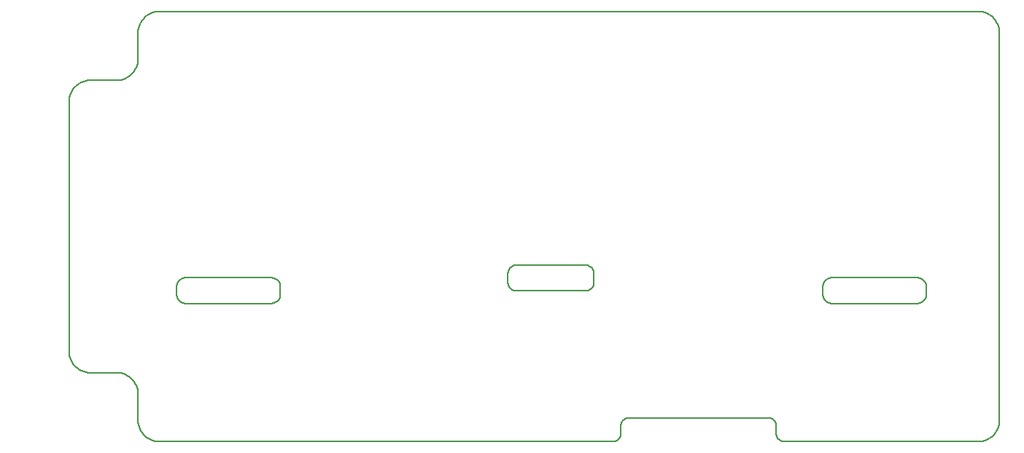
<source format=gm1>
G04*
G04 #@! TF.GenerationSoftware,Altium Limited,Altium Designer,20.0.13 (296)*
G04*
G04 Layer_Color=16711935*
%FSLAX44Y44*%
%MOMM*%
G71*
G01*
G75*
%ADD11C,0.1000*%
%ADD17C,0.1500*%
%ADD238C,0.0064*%
D11*
X509230Y185120D02*
X509570Y182532D01*
X510569Y180120D01*
X512158Y178049D01*
X514230Y176460D01*
X516641Y175461D01*
X519230Y175120D01*
Y205120D02*
X516641Y204780D01*
X514230Y203781D01*
X512158Y202192D01*
X510569Y200120D01*
X509570Y197709D01*
X509230Y195120D01*
X609230D02*
X608889Y197709D01*
X607890Y200120D01*
X606301Y202192D01*
X604230Y203781D01*
X601818Y204780D01*
X599230Y205120D01*
Y175120D02*
X601818Y175461D01*
X604230Y176460D01*
X606301Y178049D01*
X607890Y180120D01*
X608889Y182532D01*
X609230Y185120D01*
X509230D02*
Y195120D01*
X609230Y185120D02*
Y195120D01*
X519230Y175120D02*
X599230D01*
X519230Y205120D02*
X599230D01*
D17*
X509230Y185120D02*
X509570Y182532D01*
X510569Y180120D01*
X512158Y178049D01*
X514230Y176460D01*
X516641Y175461D01*
X519230Y175120D01*
Y205120D02*
X516641Y204780D01*
X514230Y203781D01*
X512158Y202192D01*
X510569Y200120D01*
X509570Y197709D01*
X509230Y195120D01*
X609230D02*
X608889Y197709D01*
X607890Y200120D01*
X606301Y202192D01*
X604230Y203781D01*
X601818Y204780D01*
X599230Y205120D01*
X599230Y175120D02*
X601818Y175461D01*
X604230Y176460D01*
X606301Y178049D01*
X607890Y180120D01*
X608889Y182532D01*
X609230Y185120D01*
X235000Y160500D02*
X237588Y160841D01*
X240000Y161840D01*
X242071Y163429D01*
X243660Y165500D01*
X244659Y167912D01*
X245000Y170500D01*
Y180500D02*
X244659Y183088D01*
X243660Y185500D01*
X242071Y187571D01*
X240000Y189160D01*
X237588Y190159D01*
X235000Y190500D01*
X125000Y170500D02*
X125341Y167912D01*
X126340Y165500D01*
X127929Y163429D01*
X130000Y161840D01*
X132412Y160841D01*
X135000Y160500D01*
Y190500D02*
X132412Y190159D01*
X130000Y189160D01*
X127929Y187571D01*
X126340Y185500D01*
X125341Y183088D01*
X125000Y180500D01*
X875000Y170500D02*
X875341Y167912D01*
X876340Y165500D01*
X877929Y163429D01*
X880000Y161840D01*
X882412Y160841D01*
X885000Y160500D01*
Y190500D02*
X882412Y190159D01*
X880000Y189160D01*
X877929Y187571D01*
X876340Y185500D01*
X875341Y183088D01*
X875000Y180500D01*
X985000Y160500D02*
X987588Y160841D01*
X990000Y161840D01*
X992071Y163429D01*
X993660Y165500D01*
X994659Y167912D01*
X995000Y170500D01*
Y180500D02*
X994659Y183088D01*
X993660Y185500D01*
X992071Y187571D01*
X990000Y189160D01*
X987588Y190159D01*
X985000Y190500D01*
X820984Y8872D02*
X821418Y6130D01*
X822678Y3657D01*
X824641Y1694D01*
X827114Y434D01*
X829856Y-0D01*
X820984Y18621D02*
X820549Y21362D01*
X819289Y23836D01*
X817327Y25798D01*
X814853Y27059D01*
X812112Y27493D01*
X649576D02*
X646834Y27059D01*
X644361Y25798D01*
X642398Y23836D01*
X641138Y21362D01*
X640704Y18621D01*
X631831Y-0D02*
X634573Y434D01*
X637046Y1694D01*
X639009Y3657D01*
X640269Y6130D01*
X640704Y8872D01*
X1055000Y-0D02*
X1057613Y137D01*
X1060198Y546D01*
X1062726Y1223D01*
X1065169Y2161D01*
X1067500Y3349D01*
X1069695Y4775D01*
X1071728Y6421D01*
X1073579Y8272D01*
X1075226Y10305D01*
X1076651Y12500D01*
X1077839Y14832D01*
X1078776Y17275D01*
X1079454Y19802D01*
X1079863Y22387D01*
X1080000Y25000D01*
Y475000D02*
X1079863Y477613D01*
X1079454Y480198D01*
X1078776Y482725D01*
X1077839Y485168D01*
X1076651Y487500D01*
X1075226Y489695D01*
X1073579Y491728D01*
X1071728Y493579D01*
X1069695Y495225D01*
X1067500Y496651D01*
X1065169Y497839D01*
X1062726Y498776D01*
X1060198Y499454D01*
X1057613Y499863D01*
X1055000Y500000D01*
X80000Y25000D02*
X80137Y22387D01*
X80546Y19802D01*
X81224Y17275D01*
X82161Y14832D01*
X83349Y12500D01*
X84775Y10305D01*
X86421Y8272D01*
X88272Y6421D01*
X90305Y4775D01*
X92500Y3349D01*
X94832Y2161D01*
X97275Y1223D01*
X99802Y546D01*
X102387Y137D01*
X105000Y-0D01*
X80000Y55000D02*
X79863Y57613D01*
X79454Y60198D01*
X78776Y62725D01*
X77839Y65168D01*
X76651Y67500D01*
X75226Y69695D01*
X73579Y71728D01*
X71728Y73579D01*
X69695Y75225D01*
X67500Y76651D01*
X65168Y77839D01*
X62726Y78776D01*
X60198Y79454D01*
X57613Y79863D01*
X55000Y80000D01*
Y420000D02*
X57613Y420137D01*
X60198Y420546D01*
X62726Y421223D01*
X65168Y422161D01*
X67500Y423349D01*
X69695Y424775D01*
X71728Y426421D01*
X73579Y428272D01*
X75226Y430305D01*
X76651Y432500D01*
X77839Y434832D01*
X78776Y437275D01*
X79454Y439802D01*
X79863Y442387D01*
X80000Y445000D01*
X105000Y500000D02*
X102387Y499863D01*
X99802Y499454D01*
X97275Y498776D01*
X94832Y497839D01*
X92500Y496651D01*
X90305Y495225D01*
X88272Y493579D01*
X86421Y491728D01*
X84775Y489695D01*
X83349Y487500D01*
X82161Y485168D01*
X81224Y482725D01*
X80546Y480198D01*
X80137Y477613D01*
X80000Y475000D01*
X0Y105000D02*
X137Y102387D01*
X546Y99802D01*
X1224Y97275D01*
X2161Y94831D01*
X3349Y92500D01*
X4775Y90305D01*
X6421Y88272D01*
X8272Y86421D01*
X10305Y84775D01*
X12500Y83349D01*
X14832Y82161D01*
X17275Y81223D01*
X19802Y80546D01*
X22387Y80137D01*
X25000Y80000D01*
Y420000D02*
X22387Y419863D01*
X19802Y419454D01*
X17275Y418776D01*
X14832Y417839D01*
X12500Y416651D01*
X10305Y415225D01*
X8272Y413579D01*
X6421Y411728D01*
X4775Y409695D01*
X3349Y407500D01*
X2161Y405168D01*
X1224Y402725D01*
X546Y400198D01*
X137Y397613D01*
X0Y395000D01*
X519230Y175120D02*
X599230D01*
X509230Y185120D02*
Y195120D01*
X609230Y185120D02*
Y195120D01*
X519230Y205120D02*
X599230D01*
X125000Y170500D02*
Y180500D01*
X245000Y170500D02*
Y180500D01*
X135000Y190500D02*
X235000D01*
X135000Y160500D02*
X235000D01*
X875000Y170500D02*
Y180500D01*
X885000Y190500D02*
X985000D01*
X884500Y160500D02*
X985000Y160500D01*
X995000Y180500D02*
X995000Y170500D01*
X829856Y-0D02*
X1055000Y-0D01*
X104950Y-0D02*
X631831Y-0D01*
X649576Y27493D02*
X812112D01*
X820984Y8872D02*
Y18621D01*
X640704Y8872D02*
Y18621D01*
X0Y105000D02*
Y395000D01*
X80000Y25000D02*
Y55000D01*
Y445000D02*
Y475000D01*
X1080000Y25000D02*
Y475000D01*
X25000Y80000D02*
X55000D01*
X25000Y420000D02*
X55000D01*
X105000Y500000D02*
X1055000D01*
D238*
X-51848Y61250D02*
D03*
D03*
M02*

</source>
